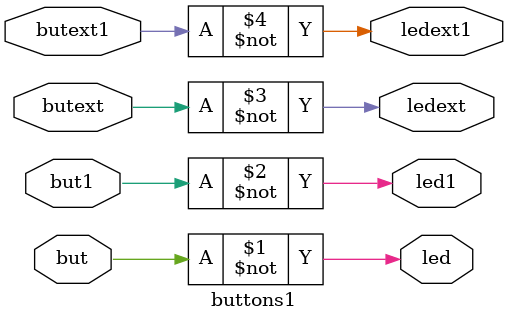
<source format=v>
module buttons1(
    input but,
    input but1,
    input butext,
    input butext1,
    output led,
    output led1,
    output ledext,
    output ledext1
    );
	 
	 assign led =    ~but;
	 assign led1 =   ~but1;
	 assign ledext = ~butext;
	 assign ledext1 = ~butext1;


endmodule

</source>
